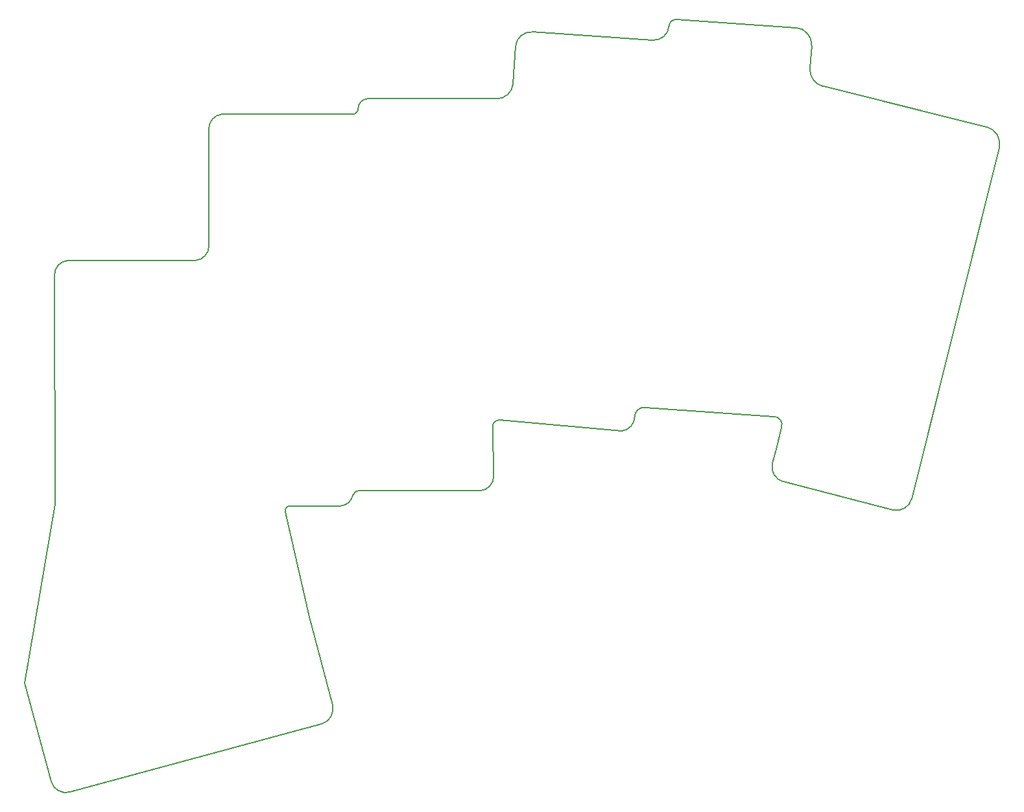
<source format=gbr>
%TF.GenerationSoftware,KiCad,Pcbnew,6.0.6-3a73a75311~116~ubuntu22.04.1*%
%TF.CreationDate,2022-07-27T09:59:41+02:00*%
%TF.ProjectId,kiboard,6b69626f-6172-4642-9e6b-696361645f70,v1.0.0*%
%TF.SameCoordinates,Original*%
%TF.FileFunction,Profile,NP*%
%FSLAX46Y46*%
G04 Gerber Fmt 4.6, Leading zero omitted, Abs format (unit mm)*
G04 Created by KiCad (PCBNEW 6.0.6-3a73a75311~116~ubuntu22.04.1) date 2022-07-27 09:59:41*
%MOMM*%
%LPD*%
G01*
G04 APERTURE LIST*
%TA.AperFunction,Profile*%
%ADD10C,0.150000*%
%TD*%
G04 APERTURE END LIST*
D10*
X6769567Y38961764D02*
X6769567Y25511063D01*
X85466936Y51701405D02*
G75*
G03*
X83403606Y54040433I-2218328J122721D01*
G01*
X-11693889Y23610701D02*
G75*
G03*
X-13383456Y21732937I199550J-1878548D01*
G01*
X23990568Y-8449092D02*
X17311759Y-8433133D01*
X17312623Y-8444311D02*
G75*
G03*
X16744360Y-9247227I49273J-637424D01*
G01*
X26406770Y-6437483D02*
G75*
G03*
X25577345Y-7033881I38476J-928459D01*
G01*
X42258453Y-6454058D02*
X26406779Y-6437701D01*
X44728815Y2770296D02*
G75*
G03*
X43815000Y1905000I-53239J-858951D01*
G01*
X60674152Y1347036D02*
X44728806Y2770146D01*
X43948020Y-4576294D02*
X43815000Y1905000D01*
X80519646Y3239149D02*
X63715618Y4383326D01*
X80807550Y-1000000D02*
X81530155Y1783638D01*
X81517333Y1788658D02*
G75*
G03*
X80519646Y3239149I-989812J387544D01*
G01*
X63717615Y4397194D02*
G75*
G03*
X62363719Y3224800I-168873J-1172929D01*
G01*
X60674152Y1347036D02*
G75*
G03*
X62363719Y3224800I-199550J1878548D01*
G01*
X42258453Y-6454058D02*
G75*
G03*
X43948020Y-4576294I-199550J1878548D01*
G01*
X23990762Y-8450920D02*
G75*
G03*
X25577345Y-7033881I-192544J1812306D01*
G01*
X19850739Y-22942520D02*
X16744360Y-9247227D01*
X-17238704Y-31614110D02*
X-13335000Y-8255000D01*
X21488829Y-36915896D02*
G75*
G03*
X22903043Y-34466406I-517638J1931852D01*
G01*
X19850739Y-22942520D02*
X22903043Y-34466406D01*
X-13383456Y21732937D02*
X-13335000Y-8255000D01*
X5080000Y23633298D02*
G75*
G03*
X6769567Y25511063I-199553J1878551D01*
G01*
X-11693889Y23610701D02*
X5080000Y23633299D01*
X83403606Y54040433D02*
X67824319Y55103668D01*
X8458283Y42732315D02*
G75*
G03*
X6768716Y40854553I197382J-1876597D01*
G01*
X80807550Y-1000000D02*
X80341002Y-2871219D01*
X85233433Y48742892D02*
G75*
G03*
X86995000Y46355000I2324866J-128635D01*
G01*
X80341050Y-2871231D02*
G75*
G03*
X81797750Y-5295655I1940550J-483869D01*
G01*
X109948102Y38318947D02*
G75*
G03*
X108305267Y41075131I-2209407J550775D01*
G01*
X67824323Y55103722D02*
G75*
G03*
X66847853Y54260866I-70123J-905822D01*
G01*
X-13819169Y-44418798D02*
G75*
G03*
X-11369679Y-45833012I1931852J517638D01*
G01*
X86995000Y46355000D02*
X108305267Y41075131D01*
X85233433Y48742892D02*
X85472861Y51701077D01*
X81797750Y-5295654D02*
X96094640Y-8967607D01*
X96094645Y-8967585D02*
G75*
G03*
X98519076Y-7510859I483853J1940578D01*
G01*
X98519076Y-7510859D02*
X109952453Y38317862D01*
X44356003Y44749998D02*
G75*
G03*
X46483147Y46693495I-42J2135867D01*
G01*
X48959215Y53469512D02*
G75*
G03*
X46824569Y51613827I-139481J-1995165D01*
G01*
X46824569Y51613827D02*
X46483147Y46693495D01*
X8458283Y42732317D02*
X25444556Y42731539D01*
X-17238704Y-31614110D02*
X-13819169Y-44418798D01*
X6769567Y38961764D02*
X6768716Y40854553D01*
X48959210Y53469442D02*
X64713211Y52405250D01*
X27433904Y44740295D02*
X44356003Y44750000D01*
X64713211Y52405244D02*
G75*
G03*
X66847853Y54260866I139489J1995156D01*
G01*
X-11369679Y-45833012D02*
X21488829Y-36915896D01*
X25444547Y42731464D02*
G75*
G03*
X26249999Y43459349I85353J715136D01*
G01*
X27433906Y44740267D02*
G75*
G03*
X26249999Y43459349I84594J-1265767D01*
G01*
M02*

</source>
